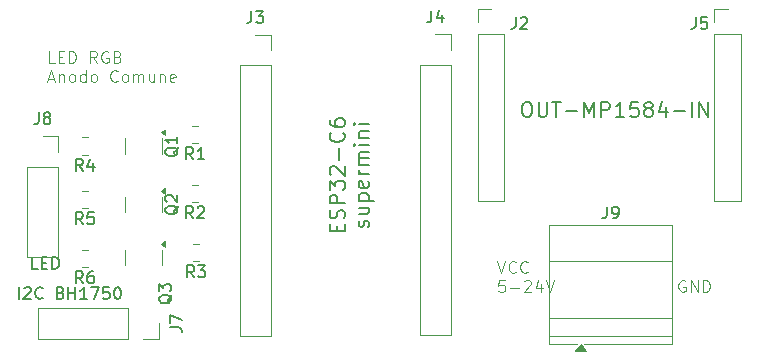
<source format=gbr>
%TF.GenerationSoftware,KiCad,Pcbnew,9.0.6*%
%TF.CreationDate,2025-12-05T15:02:41+01:00*%
%TF.ProjectId,KinderLight,4b696e64-6572-44c6-9967-68742e6b6963,rev?*%
%TF.SameCoordinates,Original*%
%TF.FileFunction,Legend,Top*%
%TF.FilePolarity,Positive*%
%FSLAX46Y46*%
G04 Gerber Fmt 4.6, Leading zero omitted, Abs format (unit mm)*
G04 Created by KiCad (PCBNEW 9.0.6) date 2025-12-05 15:02:41*
%MOMM*%
%LPD*%
G01*
G04 APERTURE LIST*
%ADD10C,0.100000*%
%ADD11C,0.158750*%
%ADD12C,0.150000*%
%ADD13C,0.120000*%
G04 APERTURE END LIST*
D10*
X132907693Y-92900038D02*
X132812455Y-92852419D01*
X132812455Y-92852419D02*
X132669598Y-92852419D01*
X132669598Y-92852419D02*
X132526741Y-92900038D01*
X132526741Y-92900038D02*
X132431503Y-92995276D01*
X132431503Y-92995276D02*
X132383884Y-93090514D01*
X132383884Y-93090514D02*
X132336265Y-93280990D01*
X132336265Y-93280990D02*
X132336265Y-93423847D01*
X132336265Y-93423847D02*
X132383884Y-93614323D01*
X132383884Y-93614323D02*
X132431503Y-93709561D01*
X132431503Y-93709561D02*
X132526741Y-93804800D01*
X132526741Y-93804800D02*
X132669598Y-93852419D01*
X132669598Y-93852419D02*
X132764836Y-93852419D01*
X132764836Y-93852419D02*
X132907693Y-93804800D01*
X132907693Y-93804800D02*
X132955312Y-93757180D01*
X132955312Y-93757180D02*
X132955312Y-93423847D01*
X132955312Y-93423847D02*
X132764836Y-93423847D01*
X133383884Y-93852419D02*
X133383884Y-92852419D01*
X133383884Y-92852419D02*
X133955312Y-93852419D01*
X133955312Y-93852419D02*
X133955312Y-92852419D01*
X134431503Y-93852419D02*
X134431503Y-92852419D01*
X134431503Y-92852419D02*
X134669598Y-92852419D01*
X134669598Y-92852419D02*
X134812455Y-92900038D01*
X134812455Y-92900038D02*
X134907693Y-92995276D01*
X134907693Y-92995276D02*
X134955312Y-93090514D01*
X134955312Y-93090514D02*
X135002931Y-93280990D01*
X135002931Y-93280990D02*
X135002931Y-93423847D01*
X135002931Y-93423847D02*
X134955312Y-93614323D01*
X134955312Y-93614323D02*
X134907693Y-93709561D01*
X134907693Y-93709561D02*
X134812455Y-93804800D01*
X134812455Y-93804800D02*
X134669598Y-93852419D01*
X134669598Y-93852419D02*
X134431503Y-93852419D01*
X117001027Y-91242475D02*
X117334360Y-92242475D01*
X117334360Y-92242475D02*
X117667693Y-91242475D01*
X118572455Y-92147236D02*
X118524836Y-92194856D01*
X118524836Y-92194856D02*
X118381979Y-92242475D01*
X118381979Y-92242475D02*
X118286741Y-92242475D01*
X118286741Y-92242475D02*
X118143884Y-92194856D01*
X118143884Y-92194856D02*
X118048646Y-92099617D01*
X118048646Y-92099617D02*
X118001027Y-92004379D01*
X118001027Y-92004379D02*
X117953408Y-91813903D01*
X117953408Y-91813903D02*
X117953408Y-91671046D01*
X117953408Y-91671046D02*
X118001027Y-91480570D01*
X118001027Y-91480570D02*
X118048646Y-91385332D01*
X118048646Y-91385332D02*
X118143884Y-91290094D01*
X118143884Y-91290094D02*
X118286741Y-91242475D01*
X118286741Y-91242475D02*
X118381979Y-91242475D01*
X118381979Y-91242475D02*
X118524836Y-91290094D01*
X118524836Y-91290094D02*
X118572455Y-91337713D01*
X119572455Y-92147236D02*
X119524836Y-92194856D01*
X119524836Y-92194856D02*
X119381979Y-92242475D01*
X119381979Y-92242475D02*
X119286741Y-92242475D01*
X119286741Y-92242475D02*
X119143884Y-92194856D01*
X119143884Y-92194856D02*
X119048646Y-92099617D01*
X119048646Y-92099617D02*
X119001027Y-92004379D01*
X119001027Y-92004379D02*
X118953408Y-91813903D01*
X118953408Y-91813903D02*
X118953408Y-91671046D01*
X118953408Y-91671046D02*
X119001027Y-91480570D01*
X119001027Y-91480570D02*
X119048646Y-91385332D01*
X119048646Y-91385332D02*
X119143884Y-91290094D01*
X119143884Y-91290094D02*
X119286741Y-91242475D01*
X119286741Y-91242475D02*
X119381979Y-91242475D01*
X119381979Y-91242475D02*
X119524836Y-91290094D01*
X119524836Y-91290094D02*
X119572455Y-91337713D01*
X117620074Y-92852419D02*
X117143884Y-92852419D01*
X117143884Y-92852419D02*
X117096265Y-93328609D01*
X117096265Y-93328609D02*
X117143884Y-93280990D01*
X117143884Y-93280990D02*
X117239122Y-93233371D01*
X117239122Y-93233371D02*
X117477217Y-93233371D01*
X117477217Y-93233371D02*
X117572455Y-93280990D01*
X117572455Y-93280990D02*
X117620074Y-93328609D01*
X117620074Y-93328609D02*
X117667693Y-93423847D01*
X117667693Y-93423847D02*
X117667693Y-93661942D01*
X117667693Y-93661942D02*
X117620074Y-93757180D01*
X117620074Y-93757180D02*
X117572455Y-93804800D01*
X117572455Y-93804800D02*
X117477217Y-93852419D01*
X117477217Y-93852419D02*
X117239122Y-93852419D01*
X117239122Y-93852419D02*
X117143884Y-93804800D01*
X117143884Y-93804800D02*
X117096265Y-93757180D01*
X118096265Y-93471466D02*
X118858170Y-93471466D01*
X119286741Y-92947657D02*
X119334360Y-92900038D01*
X119334360Y-92900038D02*
X119429598Y-92852419D01*
X119429598Y-92852419D02*
X119667693Y-92852419D01*
X119667693Y-92852419D02*
X119762931Y-92900038D01*
X119762931Y-92900038D02*
X119810550Y-92947657D01*
X119810550Y-92947657D02*
X119858169Y-93042895D01*
X119858169Y-93042895D02*
X119858169Y-93138133D01*
X119858169Y-93138133D02*
X119810550Y-93280990D01*
X119810550Y-93280990D02*
X119239122Y-93852419D01*
X119239122Y-93852419D02*
X119858169Y-93852419D01*
X120715312Y-93185752D02*
X120715312Y-93852419D01*
X120477217Y-92804800D02*
X120239122Y-93519085D01*
X120239122Y-93519085D02*
X120858169Y-93519085D01*
X121096265Y-92852419D02*
X121429598Y-93852419D01*
X121429598Y-93852419D02*
X121762931Y-92852419D01*
X79520074Y-74462475D02*
X79043884Y-74462475D01*
X79043884Y-74462475D02*
X79043884Y-73462475D01*
X79853408Y-73938665D02*
X80186741Y-73938665D01*
X80329598Y-74462475D02*
X79853408Y-74462475D01*
X79853408Y-74462475D02*
X79853408Y-73462475D01*
X79853408Y-73462475D02*
X80329598Y-73462475D01*
X80758170Y-74462475D02*
X80758170Y-73462475D01*
X80758170Y-73462475D02*
X80996265Y-73462475D01*
X80996265Y-73462475D02*
X81139122Y-73510094D01*
X81139122Y-73510094D02*
X81234360Y-73605332D01*
X81234360Y-73605332D02*
X81281979Y-73700570D01*
X81281979Y-73700570D02*
X81329598Y-73891046D01*
X81329598Y-73891046D02*
X81329598Y-74033903D01*
X81329598Y-74033903D02*
X81281979Y-74224379D01*
X81281979Y-74224379D02*
X81234360Y-74319617D01*
X81234360Y-74319617D02*
X81139122Y-74414856D01*
X81139122Y-74414856D02*
X80996265Y-74462475D01*
X80996265Y-74462475D02*
X80758170Y-74462475D01*
X83091503Y-74462475D02*
X82758170Y-73986284D01*
X82520075Y-74462475D02*
X82520075Y-73462475D01*
X82520075Y-73462475D02*
X82901027Y-73462475D01*
X82901027Y-73462475D02*
X82996265Y-73510094D01*
X82996265Y-73510094D02*
X83043884Y-73557713D01*
X83043884Y-73557713D02*
X83091503Y-73652951D01*
X83091503Y-73652951D02*
X83091503Y-73795808D01*
X83091503Y-73795808D02*
X83043884Y-73891046D01*
X83043884Y-73891046D02*
X82996265Y-73938665D01*
X82996265Y-73938665D02*
X82901027Y-73986284D01*
X82901027Y-73986284D02*
X82520075Y-73986284D01*
X84043884Y-73510094D02*
X83948646Y-73462475D01*
X83948646Y-73462475D02*
X83805789Y-73462475D01*
X83805789Y-73462475D02*
X83662932Y-73510094D01*
X83662932Y-73510094D02*
X83567694Y-73605332D01*
X83567694Y-73605332D02*
X83520075Y-73700570D01*
X83520075Y-73700570D02*
X83472456Y-73891046D01*
X83472456Y-73891046D02*
X83472456Y-74033903D01*
X83472456Y-74033903D02*
X83520075Y-74224379D01*
X83520075Y-74224379D02*
X83567694Y-74319617D01*
X83567694Y-74319617D02*
X83662932Y-74414856D01*
X83662932Y-74414856D02*
X83805789Y-74462475D01*
X83805789Y-74462475D02*
X83901027Y-74462475D01*
X83901027Y-74462475D02*
X84043884Y-74414856D01*
X84043884Y-74414856D02*
X84091503Y-74367236D01*
X84091503Y-74367236D02*
X84091503Y-74033903D01*
X84091503Y-74033903D02*
X83901027Y-74033903D01*
X84853408Y-73938665D02*
X84996265Y-73986284D01*
X84996265Y-73986284D02*
X85043884Y-74033903D01*
X85043884Y-74033903D02*
X85091503Y-74129141D01*
X85091503Y-74129141D02*
X85091503Y-74271998D01*
X85091503Y-74271998D02*
X85043884Y-74367236D01*
X85043884Y-74367236D02*
X84996265Y-74414856D01*
X84996265Y-74414856D02*
X84901027Y-74462475D01*
X84901027Y-74462475D02*
X84520075Y-74462475D01*
X84520075Y-74462475D02*
X84520075Y-73462475D01*
X84520075Y-73462475D02*
X84853408Y-73462475D01*
X84853408Y-73462475D02*
X84948646Y-73510094D01*
X84948646Y-73510094D02*
X84996265Y-73557713D01*
X84996265Y-73557713D02*
X85043884Y-73652951D01*
X85043884Y-73652951D02*
X85043884Y-73748189D01*
X85043884Y-73748189D02*
X84996265Y-73843427D01*
X84996265Y-73843427D02*
X84948646Y-73891046D01*
X84948646Y-73891046D02*
X84853408Y-73938665D01*
X84853408Y-73938665D02*
X84520075Y-73938665D01*
X78996265Y-75786704D02*
X79472455Y-75786704D01*
X78901027Y-76072419D02*
X79234360Y-75072419D01*
X79234360Y-75072419D02*
X79567693Y-76072419D01*
X79901027Y-75405752D02*
X79901027Y-76072419D01*
X79901027Y-75500990D02*
X79948646Y-75453371D01*
X79948646Y-75453371D02*
X80043884Y-75405752D01*
X80043884Y-75405752D02*
X80186741Y-75405752D01*
X80186741Y-75405752D02*
X80281979Y-75453371D01*
X80281979Y-75453371D02*
X80329598Y-75548609D01*
X80329598Y-75548609D02*
X80329598Y-76072419D01*
X80948646Y-76072419D02*
X80853408Y-76024800D01*
X80853408Y-76024800D02*
X80805789Y-75977180D01*
X80805789Y-75977180D02*
X80758170Y-75881942D01*
X80758170Y-75881942D02*
X80758170Y-75596228D01*
X80758170Y-75596228D02*
X80805789Y-75500990D01*
X80805789Y-75500990D02*
X80853408Y-75453371D01*
X80853408Y-75453371D02*
X80948646Y-75405752D01*
X80948646Y-75405752D02*
X81091503Y-75405752D01*
X81091503Y-75405752D02*
X81186741Y-75453371D01*
X81186741Y-75453371D02*
X81234360Y-75500990D01*
X81234360Y-75500990D02*
X81281979Y-75596228D01*
X81281979Y-75596228D02*
X81281979Y-75881942D01*
X81281979Y-75881942D02*
X81234360Y-75977180D01*
X81234360Y-75977180D02*
X81186741Y-76024800D01*
X81186741Y-76024800D02*
X81091503Y-76072419D01*
X81091503Y-76072419D02*
X80948646Y-76072419D01*
X82139122Y-76072419D02*
X82139122Y-75072419D01*
X82139122Y-76024800D02*
X82043884Y-76072419D01*
X82043884Y-76072419D02*
X81853408Y-76072419D01*
X81853408Y-76072419D02*
X81758170Y-76024800D01*
X81758170Y-76024800D02*
X81710551Y-75977180D01*
X81710551Y-75977180D02*
X81662932Y-75881942D01*
X81662932Y-75881942D02*
X81662932Y-75596228D01*
X81662932Y-75596228D02*
X81710551Y-75500990D01*
X81710551Y-75500990D02*
X81758170Y-75453371D01*
X81758170Y-75453371D02*
X81853408Y-75405752D01*
X81853408Y-75405752D02*
X82043884Y-75405752D01*
X82043884Y-75405752D02*
X82139122Y-75453371D01*
X82758170Y-76072419D02*
X82662932Y-76024800D01*
X82662932Y-76024800D02*
X82615313Y-75977180D01*
X82615313Y-75977180D02*
X82567694Y-75881942D01*
X82567694Y-75881942D02*
X82567694Y-75596228D01*
X82567694Y-75596228D02*
X82615313Y-75500990D01*
X82615313Y-75500990D02*
X82662932Y-75453371D01*
X82662932Y-75453371D02*
X82758170Y-75405752D01*
X82758170Y-75405752D02*
X82901027Y-75405752D01*
X82901027Y-75405752D02*
X82996265Y-75453371D01*
X82996265Y-75453371D02*
X83043884Y-75500990D01*
X83043884Y-75500990D02*
X83091503Y-75596228D01*
X83091503Y-75596228D02*
X83091503Y-75881942D01*
X83091503Y-75881942D02*
X83043884Y-75977180D01*
X83043884Y-75977180D02*
X82996265Y-76024800D01*
X82996265Y-76024800D02*
X82901027Y-76072419D01*
X82901027Y-76072419D02*
X82758170Y-76072419D01*
X84853408Y-75977180D02*
X84805789Y-76024800D01*
X84805789Y-76024800D02*
X84662932Y-76072419D01*
X84662932Y-76072419D02*
X84567694Y-76072419D01*
X84567694Y-76072419D02*
X84424837Y-76024800D01*
X84424837Y-76024800D02*
X84329599Y-75929561D01*
X84329599Y-75929561D02*
X84281980Y-75834323D01*
X84281980Y-75834323D02*
X84234361Y-75643847D01*
X84234361Y-75643847D02*
X84234361Y-75500990D01*
X84234361Y-75500990D02*
X84281980Y-75310514D01*
X84281980Y-75310514D02*
X84329599Y-75215276D01*
X84329599Y-75215276D02*
X84424837Y-75120038D01*
X84424837Y-75120038D02*
X84567694Y-75072419D01*
X84567694Y-75072419D02*
X84662932Y-75072419D01*
X84662932Y-75072419D02*
X84805789Y-75120038D01*
X84805789Y-75120038D02*
X84853408Y-75167657D01*
X85424837Y-76072419D02*
X85329599Y-76024800D01*
X85329599Y-76024800D02*
X85281980Y-75977180D01*
X85281980Y-75977180D02*
X85234361Y-75881942D01*
X85234361Y-75881942D02*
X85234361Y-75596228D01*
X85234361Y-75596228D02*
X85281980Y-75500990D01*
X85281980Y-75500990D02*
X85329599Y-75453371D01*
X85329599Y-75453371D02*
X85424837Y-75405752D01*
X85424837Y-75405752D02*
X85567694Y-75405752D01*
X85567694Y-75405752D02*
X85662932Y-75453371D01*
X85662932Y-75453371D02*
X85710551Y-75500990D01*
X85710551Y-75500990D02*
X85758170Y-75596228D01*
X85758170Y-75596228D02*
X85758170Y-75881942D01*
X85758170Y-75881942D02*
X85710551Y-75977180D01*
X85710551Y-75977180D02*
X85662932Y-76024800D01*
X85662932Y-76024800D02*
X85567694Y-76072419D01*
X85567694Y-76072419D02*
X85424837Y-76072419D01*
X86186742Y-76072419D02*
X86186742Y-75405752D01*
X86186742Y-75500990D02*
X86234361Y-75453371D01*
X86234361Y-75453371D02*
X86329599Y-75405752D01*
X86329599Y-75405752D02*
X86472456Y-75405752D01*
X86472456Y-75405752D02*
X86567694Y-75453371D01*
X86567694Y-75453371D02*
X86615313Y-75548609D01*
X86615313Y-75548609D02*
X86615313Y-76072419D01*
X86615313Y-75548609D02*
X86662932Y-75453371D01*
X86662932Y-75453371D02*
X86758170Y-75405752D01*
X86758170Y-75405752D02*
X86901027Y-75405752D01*
X86901027Y-75405752D02*
X86996266Y-75453371D01*
X86996266Y-75453371D02*
X87043885Y-75548609D01*
X87043885Y-75548609D02*
X87043885Y-76072419D01*
X87948646Y-75405752D02*
X87948646Y-76072419D01*
X87520075Y-75405752D02*
X87520075Y-75929561D01*
X87520075Y-75929561D02*
X87567694Y-76024800D01*
X87567694Y-76024800D02*
X87662932Y-76072419D01*
X87662932Y-76072419D02*
X87805789Y-76072419D01*
X87805789Y-76072419D02*
X87901027Y-76024800D01*
X87901027Y-76024800D02*
X87948646Y-75977180D01*
X88424837Y-75405752D02*
X88424837Y-76072419D01*
X88424837Y-75500990D02*
X88472456Y-75453371D01*
X88472456Y-75453371D02*
X88567694Y-75405752D01*
X88567694Y-75405752D02*
X88710551Y-75405752D01*
X88710551Y-75405752D02*
X88805789Y-75453371D01*
X88805789Y-75453371D02*
X88853408Y-75548609D01*
X88853408Y-75548609D02*
X88853408Y-76072419D01*
X89710551Y-76024800D02*
X89615313Y-76072419D01*
X89615313Y-76072419D02*
X89424837Y-76072419D01*
X89424837Y-76072419D02*
X89329599Y-76024800D01*
X89329599Y-76024800D02*
X89281980Y-75929561D01*
X89281980Y-75929561D02*
X89281980Y-75548609D01*
X89281980Y-75548609D02*
X89329599Y-75453371D01*
X89329599Y-75453371D02*
X89424837Y-75405752D01*
X89424837Y-75405752D02*
X89615313Y-75405752D01*
X89615313Y-75405752D02*
X89710551Y-75453371D01*
X89710551Y-75453371D02*
X89758170Y-75548609D01*
X89758170Y-75548609D02*
X89758170Y-75643847D01*
X89758170Y-75643847D02*
X89281980Y-75739085D01*
D11*
X119410237Y-77759271D02*
X119652142Y-77759271D01*
X119652142Y-77759271D02*
X119773094Y-77819747D01*
X119773094Y-77819747D02*
X119894047Y-77940699D01*
X119894047Y-77940699D02*
X119954523Y-78182604D01*
X119954523Y-78182604D02*
X119954523Y-78605937D01*
X119954523Y-78605937D02*
X119894047Y-78847842D01*
X119894047Y-78847842D02*
X119773094Y-78968795D01*
X119773094Y-78968795D02*
X119652142Y-79029271D01*
X119652142Y-79029271D02*
X119410237Y-79029271D01*
X119410237Y-79029271D02*
X119289285Y-78968795D01*
X119289285Y-78968795D02*
X119168332Y-78847842D01*
X119168332Y-78847842D02*
X119107856Y-78605937D01*
X119107856Y-78605937D02*
X119107856Y-78182604D01*
X119107856Y-78182604D02*
X119168332Y-77940699D01*
X119168332Y-77940699D02*
X119289285Y-77819747D01*
X119289285Y-77819747D02*
X119410237Y-77759271D01*
X120498808Y-77759271D02*
X120498808Y-78787366D01*
X120498808Y-78787366D02*
X120559285Y-78908318D01*
X120559285Y-78908318D02*
X120619761Y-78968795D01*
X120619761Y-78968795D02*
X120740713Y-79029271D01*
X120740713Y-79029271D02*
X120982618Y-79029271D01*
X120982618Y-79029271D02*
X121103570Y-78968795D01*
X121103570Y-78968795D02*
X121164047Y-78908318D01*
X121164047Y-78908318D02*
X121224523Y-78787366D01*
X121224523Y-78787366D02*
X121224523Y-77759271D01*
X121647856Y-77759271D02*
X122373570Y-77759271D01*
X122010713Y-79029271D02*
X122010713Y-77759271D01*
X122796903Y-78545461D02*
X123764523Y-78545461D01*
X124369284Y-79029271D02*
X124369284Y-77759271D01*
X124369284Y-77759271D02*
X124792618Y-78666414D01*
X124792618Y-78666414D02*
X125215951Y-77759271D01*
X125215951Y-77759271D02*
X125215951Y-79029271D01*
X125820713Y-79029271D02*
X125820713Y-77759271D01*
X125820713Y-77759271D02*
X126304523Y-77759271D01*
X126304523Y-77759271D02*
X126425475Y-77819747D01*
X126425475Y-77819747D02*
X126485952Y-77880223D01*
X126485952Y-77880223D02*
X126546428Y-78001175D01*
X126546428Y-78001175D02*
X126546428Y-78182604D01*
X126546428Y-78182604D02*
X126485952Y-78303556D01*
X126485952Y-78303556D02*
X126425475Y-78364033D01*
X126425475Y-78364033D02*
X126304523Y-78424509D01*
X126304523Y-78424509D02*
X125820713Y-78424509D01*
X127755952Y-79029271D02*
X127030237Y-79029271D01*
X127393094Y-79029271D02*
X127393094Y-77759271D01*
X127393094Y-77759271D02*
X127272142Y-77940699D01*
X127272142Y-77940699D02*
X127151190Y-78061652D01*
X127151190Y-78061652D02*
X127030237Y-78122128D01*
X128904999Y-77759271D02*
X128300237Y-77759271D01*
X128300237Y-77759271D02*
X128239761Y-78364033D01*
X128239761Y-78364033D02*
X128300237Y-78303556D01*
X128300237Y-78303556D02*
X128421190Y-78243080D01*
X128421190Y-78243080D02*
X128723571Y-78243080D01*
X128723571Y-78243080D02*
X128844523Y-78303556D01*
X128844523Y-78303556D02*
X128904999Y-78364033D01*
X128904999Y-78364033D02*
X128965476Y-78484985D01*
X128965476Y-78484985D02*
X128965476Y-78787366D01*
X128965476Y-78787366D02*
X128904999Y-78908318D01*
X128904999Y-78908318D02*
X128844523Y-78968795D01*
X128844523Y-78968795D02*
X128723571Y-79029271D01*
X128723571Y-79029271D02*
X128421190Y-79029271D01*
X128421190Y-79029271D02*
X128300237Y-78968795D01*
X128300237Y-78968795D02*
X128239761Y-78908318D01*
X129691190Y-78303556D02*
X129570238Y-78243080D01*
X129570238Y-78243080D02*
X129509761Y-78182604D01*
X129509761Y-78182604D02*
X129449285Y-78061652D01*
X129449285Y-78061652D02*
X129449285Y-78001175D01*
X129449285Y-78001175D02*
X129509761Y-77880223D01*
X129509761Y-77880223D02*
X129570238Y-77819747D01*
X129570238Y-77819747D02*
X129691190Y-77759271D01*
X129691190Y-77759271D02*
X129933095Y-77759271D01*
X129933095Y-77759271D02*
X130054047Y-77819747D01*
X130054047Y-77819747D02*
X130114523Y-77880223D01*
X130114523Y-77880223D02*
X130175000Y-78001175D01*
X130175000Y-78001175D02*
X130175000Y-78061652D01*
X130175000Y-78061652D02*
X130114523Y-78182604D01*
X130114523Y-78182604D02*
X130054047Y-78243080D01*
X130054047Y-78243080D02*
X129933095Y-78303556D01*
X129933095Y-78303556D02*
X129691190Y-78303556D01*
X129691190Y-78303556D02*
X129570238Y-78364033D01*
X129570238Y-78364033D02*
X129509761Y-78424509D01*
X129509761Y-78424509D02*
X129449285Y-78545461D01*
X129449285Y-78545461D02*
X129449285Y-78787366D01*
X129449285Y-78787366D02*
X129509761Y-78908318D01*
X129509761Y-78908318D02*
X129570238Y-78968795D01*
X129570238Y-78968795D02*
X129691190Y-79029271D01*
X129691190Y-79029271D02*
X129933095Y-79029271D01*
X129933095Y-79029271D02*
X130054047Y-78968795D01*
X130054047Y-78968795D02*
X130114523Y-78908318D01*
X130114523Y-78908318D02*
X130175000Y-78787366D01*
X130175000Y-78787366D02*
X130175000Y-78545461D01*
X130175000Y-78545461D02*
X130114523Y-78424509D01*
X130114523Y-78424509D02*
X130054047Y-78364033D01*
X130054047Y-78364033D02*
X129933095Y-78303556D01*
X131263571Y-78182604D02*
X131263571Y-79029271D01*
X130961190Y-77698795D02*
X130658809Y-78605937D01*
X130658809Y-78605937D02*
X131445000Y-78605937D01*
X131928809Y-78545461D02*
X132896429Y-78545461D01*
X133501190Y-79029271D02*
X133501190Y-77759271D01*
X134105952Y-79029271D02*
X134105952Y-77759271D01*
X134105952Y-77759271D02*
X134831667Y-79029271D01*
X134831667Y-79029271D02*
X134831667Y-77759271D01*
X103401719Y-88707381D02*
X103401719Y-88284047D01*
X104066957Y-88102619D02*
X104066957Y-88707381D01*
X104066957Y-88707381D02*
X102796957Y-88707381D01*
X102796957Y-88707381D02*
X102796957Y-88102619D01*
X104006481Y-87618809D02*
X104066957Y-87437380D01*
X104066957Y-87437380D02*
X104066957Y-87134999D01*
X104066957Y-87134999D02*
X104006481Y-87014047D01*
X104006481Y-87014047D02*
X103946004Y-86953571D01*
X103946004Y-86953571D02*
X103825052Y-86893094D01*
X103825052Y-86893094D02*
X103704100Y-86893094D01*
X103704100Y-86893094D02*
X103583147Y-86953571D01*
X103583147Y-86953571D02*
X103522671Y-87014047D01*
X103522671Y-87014047D02*
X103462195Y-87134999D01*
X103462195Y-87134999D02*
X103401719Y-87376904D01*
X103401719Y-87376904D02*
X103341242Y-87497856D01*
X103341242Y-87497856D02*
X103280766Y-87558333D01*
X103280766Y-87558333D02*
X103159814Y-87618809D01*
X103159814Y-87618809D02*
X103038861Y-87618809D01*
X103038861Y-87618809D02*
X102917909Y-87558333D01*
X102917909Y-87558333D02*
X102857433Y-87497856D01*
X102857433Y-87497856D02*
X102796957Y-87376904D01*
X102796957Y-87376904D02*
X102796957Y-87074523D01*
X102796957Y-87074523D02*
X102857433Y-86893094D01*
X104066957Y-86348809D02*
X102796957Y-86348809D01*
X102796957Y-86348809D02*
X102796957Y-85864999D01*
X102796957Y-85864999D02*
X102857433Y-85744047D01*
X102857433Y-85744047D02*
X102917909Y-85683570D01*
X102917909Y-85683570D02*
X103038861Y-85623094D01*
X103038861Y-85623094D02*
X103220290Y-85623094D01*
X103220290Y-85623094D02*
X103341242Y-85683570D01*
X103341242Y-85683570D02*
X103401719Y-85744047D01*
X103401719Y-85744047D02*
X103462195Y-85864999D01*
X103462195Y-85864999D02*
X103462195Y-86348809D01*
X102796957Y-85199761D02*
X102796957Y-84413570D01*
X102796957Y-84413570D02*
X103280766Y-84836904D01*
X103280766Y-84836904D02*
X103280766Y-84655475D01*
X103280766Y-84655475D02*
X103341242Y-84534523D01*
X103341242Y-84534523D02*
X103401719Y-84474047D01*
X103401719Y-84474047D02*
X103522671Y-84413570D01*
X103522671Y-84413570D02*
X103825052Y-84413570D01*
X103825052Y-84413570D02*
X103946004Y-84474047D01*
X103946004Y-84474047D02*
X104006481Y-84534523D01*
X104006481Y-84534523D02*
X104066957Y-84655475D01*
X104066957Y-84655475D02*
X104066957Y-85018332D01*
X104066957Y-85018332D02*
X104006481Y-85139285D01*
X104006481Y-85139285D02*
X103946004Y-85199761D01*
X102917909Y-83929761D02*
X102857433Y-83869285D01*
X102857433Y-83869285D02*
X102796957Y-83748332D01*
X102796957Y-83748332D02*
X102796957Y-83445951D01*
X102796957Y-83445951D02*
X102857433Y-83324999D01*
X102857433Y-83324999D02*
X102917909Y-83264523D01*
X102917909Y-83264523D02*
X103038861Y-83204046D01*
X103038861Y-83204046D02*
X103159814Y-83204046D01*
X103159814Y-83204046D02*
X103341242Y-83264523D01*
X103341242Y-83264523D02*
X104066957Y-83990237D01*
X104066957Y-83990237D02*
X104066957Y-83204046D01*
X103583147Y-82659761D02*
X103583147Y-81692142D01*
X103946004Y-80361665D02*
X104006481Y-80422141D01*
X104006481Y-80422141D02*
X104066957Y-80603570D01*
X104066957Y-80603570D02*
X104066957Y-80724522D01*
X104066957Y-80724522D02*
X104006481Y-80905951D01*
X104006481Y-80905951D02*
X103885528Y-81026903D01*
X103885528Y-81026903D02*
X103764576Y-81087380D01*
X103764576Y-81087380D02*
X103522671Y-81147856D01*
X103522671Y-81147856D02*
X103341242Y-81147856D01*
X103341242Y-81147856D02*
X103099338Y-81087380D01*
X103099338Y-81087380D02*
X102978385Y-81026903D01*
X102978385Y-81026903D02*
X102857433Y-80905951D01*
X102857433Y-80905951D02*
X102796957Y-80724522D01*
X102796957Y-80724522D02*
X102796957Y-80603570D01*
X102796957Y-80603570D02*
X102857433Y-80422141D01*
X102857433Y-80422141D02*
X102917909Y-80361665D01*
X102796957Y-79273094D02*
X102796957Y-79514999D01*
X102796957Y-79514999D02*
X102857433Y-79635951D01*
X102857433Y-79635951D02*
X102917909Y-79696427D01*
X102917909Y-79696427D02*
X103099338Y-79817380D01*
X103099338Y-79817380D02*
X103341242Y-79877856D01*
X103341242Y-79877856D02*
X103825052Y-79877856D01*
X103825052Y-79877856D02*
X103946004Y-79817380D01*
X103946004Y-79817380D02*
X104006481Y-79756903D01*
X104006481Y-79756903D02*
X104066957Y-79635951D01*
X104066957Y-79635951D02*
X104066957Y-79394046D01*
X104066957Y-79394046D02*
X104006481Y-79273094D01*
X104006481Y-79273094D02*
X103946004Y-79212618D01*
X103946004Y-79212618D02*
X103825052Y-79152141D01*
X103825052Y-79152141D02*
X103522671Y-79152141D01*
X103522671Y-79152141D02*
X103401719Y-79212618D01*
X103401719Y-79212618D02*
X103341242Y-79273094D01*
X103341242Y-79273094D02*
X103280766Y-79394046D01*
X103280766Y-79394046D02*
X103280766Y-79635951D01*
X103280766Y-79635951D02*
X103341242Y-79756903D01*
X103341242Y-79756903D02*
X103401719Y-79817380D01*
X103401719Y-79817380D02*
X103522671Y-79877856D01*
X106051110Y-88344523D02*
X106111586Y-88223570D01*
X106111586Y-88223570D02*
X106111586Y-87981666D01*
X106111586Y-87981666D02*
X106051110Y-87860713D01*
X106051110Y-87860713D02*
X105930157Y-87800237D01*
X105930157Y-87800237D02*
X105869681Y-87800237D01*
X105869681Y-87800237D02*
X105748729Y-87860713D01*
X105748729Y-87860713D02*
X105688252Y-87981666D01*
X105688252Y-87981666D02*
X105688252Y-88163094D01*
X105688252Y-88163094D02*
X105627776Y-88284047D01*
X105627776Y-88284047D02*
X105506824Y-88344523D01*
X105506824Y-88344523D02*
X105446348Y-88344523D01*
X105446348Y-88344523D02*
X105325395Y-88284047D01*
X105325395Y-88284047D02*
X105264919Y-88163094D01*
X105264919Y-88163094D02*
X105264919Y-87981666D01*
X105264919Y-87981666D02*
X105325395Y-87860713D01*
X105264919Y-86711666D02*
X106111586Y-86711666D01*
X105264919Y-87255952D02*
X105930157Y-87255952D01*
X105930157Y-87255952D02*
X106051110Y-87195475D01*
X106051110Y-87195475D02*
X106111586Y-87074523D01*
X106111586Y-87074523D02*
X106111586Y-86893094D01*
X106111586Y-86893094D02*
X106051110Y-86772142D01*
X106051110Y-86772142D02*
X105990633Y-86711666D01*
X105264919Y-86106904D02*
X106534919Y-86106904D01*
X105325395Y-86106904D02*
X105264919Y-85985951D01*
X105264919Y-85985951D02*
X105264919Y-85744046D01*
X105264919Y-85744046D02*
X105325395Y-85623094D01*
X105325395Y-85623094D02*
X105385871Y-85562618D01*
X105385871Y-85562618D02*
X105506824Y-85502142D01*
X105506824Y-85502142D02*
X105869681Y-85502142D01*
X105869681Y-85502142D02*
X105990633Y-85562618D01*
X105990633Y-85562618D02*
X106051110Y-85623094D01*
X106051110Y-85623094D02*
X106111586Y-85744046D01*
X106111586Y-85744046D02*
X106111586Y-85985951D01*
X106111586Y-85985951D02*
X106051110Y-86106904D01*
X106051110Y-84474046D02*
X106111586Y-84594998D01*
X106111586Y-84594998D02*
X106111586Y-84836903D01*
X106111586Y-84836903D02*
X106051110Y-84957856D01*
X106051110Y-84957856D02*
X105930157Y-85018332D01*
X105930157Y-85018332D02*
X105446348Y-85018332D01*
X105446348Y-85018332D02*
X105325395Y-84957856D01*
X105325395Y-84957856D02*
X105264919Y-84836903D01*
X105264919Y-84836903D02*
X105264919Y-84594998D01*
X105264919Y-84594998D02*
X105325395Y-84474046D01*
X105325395Y-84474046D02*
X105446348Y-84413570D01*
X105446348Y-84413570D02*
X105567300Y-84413570D01*
X105567300Y-84413570D02*
X105688252Y-85018332D01*
X106111586Y-83869285D02*
X105264919Y-83869285D01*
X105506824Y-83869285D02*
X105385871Y-83808808D01*
X105385871Y-83808808D02*
X105325395Y-83748332D01*
X105325395Y-83748332D02*
X105264919Y-83627380D01*
X105264919Y-83627380D02*
X105264919Y-83506427D01*
X106111586Y-83083095D02*
X105264919Y-83083095D01*
X105385871Y-83083095D02*
X105325395Y-83022618D01*
X105325395Y-83022618D02*
X105264919Y-82901666D01*
X105264919Y-82901666D02*
X105264919Y-82720237D01*
X105264919Y-82720237D02*
X105325395Y-82599285D01*
X105325395Y-82599285D02*
X105446348Y-82538809D01*
X105446348Y-82538809D02*
X106111586Y-82538809D01*
X105446348Y-82538809D02*
X105325395Y-82478333D01*
X105325395Y-82478333D02*
X105264919Y-82357380D01*
X105264919Y-82357380D02*
X105264919Y-82175952D01*
X105264919Y-82175952D02*
X105325395Y-82054999D01*
X105325395Y-82054999D02*
X105446348Y-81994523D01*
X105446348Y-81994523D02*
X106111586Y-81994523D01*
X106111586Y-81389762D02*
X105264919Y-81389762D01*
X104841586Y-81389762D02*
X104902062Y-81450238D01*
X104902062Y-81450238D02*
X104962538Y-81389762D01*
X104962538Y-81389762D02*
X104902062Y-81329285D01*
X104902062Y-81329285D02*
X104841586Y-81389762D01*
X104841586Y-81389762D02*
X104962538Y-81389762D01*
X105264919Y-80785000D02*
X106111586Y-80785000D01*
X105385871Y-80785000D02*
X105325395Y-80724523D01*
X105325395Y-80724523D02*
X105264919Y-80603571D01*
X105264919Y-80603571D02*
X105264919Y-80422142D01*
X105264919Y-80422142D02*
X105325395Y-80301190D01*
X105325395Y-80301190D02*
X105446348Y-80240714D01*
X105446348Y-80240714D02*
X106111586Y-80240714D01*
X106111586Y-79635952D02*
X105264919Y-79635952D01*
X104841586Y-79635952D02*
X104902062Y-79696428D01*
X104902062Y-79696428D02*
X104962538Y-79635952D01*
X104962538Y-79635952D02*
X104902062Y-79575475D01*
X104902062Y-79575475D02*
X104841586Y-79635952D01*
X104841586Y-79635952D02*
X104962538Y-79635952D01*
D12*
X78166666Y-78644819D02*
X78166666Y-79359104D01*
X78166666Y-79359104D02*
X78119047Y-79501961D01*
X78119047Y-79501961D02*
X78023809Y-79597200D01*
X78023809Y-79597200D02*
X77880952Y-79644819D01*
X77880952Y-79644819D02*
X77785714Y-79644819D01*
X78785714Y-79073390D02*
X78690476Y-79025771D01*
X78690476Y-79025771D02*
X78642857Y-78978152D01*
X78642857Y-78978152D02*
X78595238Y-78882914D01*
X78595238Y-78882914D02*
X78595238Y-78835295D01*
X78595238Y-78835295D02*
X78642857Y-78740057D01*
X78642857Y-78740057D02*
X78690476Y-78692438D01*
X78690476Y-78692438D02*
X78785714Y-78644819D01*
X78785714Y-78644819D02*
X78976190Y-78644819D01*
X78976190Y-78644819D02*
X79071428Y-78692438D01*
X79071428Y-78692438D02*
X79119047Y-78740057D01*
X79119047Y-78740057D02*
X79166666Y-78835295D01*
X79166666Y-78835295D02*
X79166666Y-78882914D01*
X79166666Y-78882914D02*
X79119047Y-78978152D01*
X79119047Y-78978152D02*
X79071428Y-79025771D01*
X79071428Y-79025771D02*
X78976190Y-79073390D01*
X78976190Y-79073390D02*
X78785714Y-79073390D01*
X78785714Y-79073390D02*
X78690476Y-79121009D01*
X78690476Y-79121009D02*
X78642857Y-79168628D01*
X78642857Y-79168628D02*
X78595238Y-79263866D01*
X78595238Y-79263866D02*
X78595238Y-79454342D01*
X78595238Y-79454342D02*
X78642857Y-79549580D01*
X78642857Y-79549580D02*
X78690476Y-79597200D01*
X78690476Y-79597200D02*
X78785714Y-79644819D01*
X78785714Y-79644819D02*
X78976190Y-79644819D01*
X78976190Y-79644819D02*
X79071428Y-79597200D01*
X79071428Y-79597200D02*
X79119047Y-79549580D01*
X79119047Y-79549580D02*
X79166666Y-79454342D01*
X79166666Y-79454342D02*
X79166666Y-79263866D01*
X79166666Y-79263866D02*
X79119047Y-79168628D01*
X79119047Y-79168628D02*
X79071428Y-79121009D01*
X79071428Y-79121009D02*
X78976190Y-79073390D01*
X78097142Y-91894819D02*
X77620952Y-91894819D01*
X77620952Y-91894819D02*
X77620952Y-90894819D01*
X78430476Y-91371009D02*
X78763809Y-91371009D01*
X78906666Y-91894819D02*
X78430476Y-91894819D01*
X78430476Y-91894819D02*
X78430476Y-90894819D01*
X78430476Y-90894819D02*
X78906666Y-90894819D01*
X79335238Y-91894819D02*
X79335238Y-90894819D01*
X79335238Y-90894819D02*
X79573333Y-90894819D01*
X79573333Y-90894819D02*
X79716190Y-90942438D01*
X79716190Y-90942438D02*
X79811428Y-91037676D01*
X79811428Y-91037676D02*
X79859047Y-91132914D01*
X79859047Y-91132914D02*
X79906666Y-91323390D01*
X79906666Y-91323390D02*
X79906666Y-91466247D01*
X79906666Y-91466247D02*
X79859047Y-91656723D01*
X79859047Y-91656723D02*
X79811428Y-91751961D01*
X79811428Y-91751961D02*
X79716190Y-91847200D01*
X79716190Y-91847200D02*
X79573333Y-91894819D01*
X79573333Y-91894819D02*
X79335238Y-91894819D01*
X126266666Y-86624819D02*
X126266666Y-87339104D01*
X126266666Y-87339104D02*
X126219047Y-87481961D01*
X126219047Y-87481961D02*
X126123809Y-87577200D01*
X126123809Y-87577200D02*
X125980952Y-87624819D01*
X125980952Y-87624819D02*
X125885714Y-87624819D01*
X126790476Y-87624819D02*
X126980952Y-87624819D01*
X126980952Y-87624819D02*
X127076190Y-87577200D01*
X127076190Y-87577200D02*
X127123809Y-87529580D01*
X127123809Y-87529580D02*
X127219047Y-87386723D01*
X127219047Y-87386723D02*
X127266666Y-87196247D01*
X127266666Y-87196247D02*
X127266666Y-86815295D01*
X127266666Y-86815295D02*
X127219047Y-86720057D01*
X127219047Y-86720057D02*
X127171428Y-86672438D01*
X127171428Y-86672438D02*
X127076190Y-86624819D01*
X127076190Y-86624819D02*
X126885714Y-86624819D01*
X126885714Y-86624819D02*
X126790476Y-86672438D01*
X126790476Y-86672438D02*
X126742857Y-86720057D01*
X126742857Y-86720057D02*
X126695238Y-86815295D01*
X126695238Y-86815295D02*
X126695238Y-87053390D01*
X126695238Y-87053390D02*
X126742857Y-87148628D01*
X126742857Y-87148628D02*
X126790476Y-87196247D01*
X126790476Y-87196247D02*
X126885714Y-87243866D01*
X126885714Y-87243866D02*
X127076190Y-87243866D01*
X127076190Y-87243866D02*
X127171428Y-87196247D01*
X127171428Y-87196247D02*
X127219047Y-87148628D01*
X127219047Y-87148628D02*
X127266666Y-87053390D01*
X118546666Y-70574819D02*
X118546666Y-71289104D01*
X118546666Y-71289104D02*
X118499047Y-71431961D01*
X118499047Y-71431961D02*
X118403809Y-71527200D01*
X118403809Y-71527200D02*
X118260952Y-71574819D01*
X118260952Y-71574819D02*
X118165714Y-71574819D01*
X118975238Y-70670057D02*
X119022857Y-70622438D01*
X119022857Y-70622438D02*
X119118095Y-70574819D01*
X119118095Y-70574819D02*
X119356190Y-70574819D01*
X119356190Y-70574819D02*
X119451428Y-70622438D01*
X119451428Y-70622438D02*
X119499047Y-70670057D01*
X119499047Y-70670057D02*
X119546666Y-70765295D01*
X119546666Y-70765295D02*
X119546666Y-70860533D01*
X119546666Y-70860533D02*
X119499047Y-71003390D01*
X119499047Y-71003390D02*
X118927619Y-71574819D01*
X118927619Y-71574819D02*
X119546666Y-71574819D01*
X133786666Y-70574819D02*
X133786666Y-71289104D01*
X133786666Y-71289104D02*
X133739047Y-71431961D01*
X133739047Y-71431961D02*
X133643809Y-71527200D01*
X133643809Y-71527200D02*
X133500952Y-71574819D01*
X133500952Y-71574819D02*
X133405714Y-71574819D01*
X134739047Y-70574819D02*
X134262857Y-70574819D01*
X134262857Y-70574819D02*
X134215238Y-71051009D01*
X134215238Y-71051009D02*
X134262857Y-71003390D01*
X134262857Y-71003390D02*
X134358095Y-70955771D01*
X134358095Y-70955771D02*
X134596190Y-70955771D01*
X134596190Y-70955771D02*
X134691428Y-71003390D01*
X134691428Y-71003390D02*
X134739047Y-71051009D01*
X134739047Y-71051009D02*
X134786666Y-71146247D01*
X134786666Y-71146247D02*
X134786666Y-71384342D01*
X134786666Y-71384342D02*
X134739047Y-71479580D01*
X134739047Y-71479580D02*
X134691428Y-71527200D01*
X134691428Y-71527200D02*
X134596190Y-71574819D01*
X134596190Y-71574819D02*
X134358095Y-71574819D01*
X134358095Y-71574819D02*
X134262857Y-71527200D01*
X134262857Y-71527200D02*
X134215238Y-71479580D01*
X111426666Y-70024819D02*
X111426666Y-70739104D01*
X111426666Y-70739104D02*
X111379047Y-70881961D01*
X111379047Y-70881961D02*
X111283809Y-70977200D01*
X111283809Y-70977200D02*
X111140952Y-71024819D01*
X111140952Y-71024819D02*
X111045714Y-71024819D01*
X112331428Y-70358152D02*
X112331428Y-71024819D01*
X112093333Y-69977200D02*
X111855238Y-70691485D01*
X111855238Y-70691485D02*
X112474285Y-70691485D01*
X81920833Y-88104819D02*
X81587500Y-87628628D01*
X81349405Y-88104819D02*
X81349405Y-87104819D01*
X81349405Y-87104819D02*
X81730357Y-87104819D01*
X81730357Y-87104819D02*
X81825595Y-87152438D01*
X81825595Y-87152438D02*
X81873214Y-87200057D01*
X81873214Y-87200057D02*
X81920833Y-87295295D01*
X81920833Y-87295295D02*
X81920833Y-87438152D01*
X81920833Y-87438152D02*
X81873214Y-87533390D01*
X81873214Y-87533390D02*
X81825595Y-87581009D01*
X81825595Y-87581009D02*
X81730357Y-87628628D01*
X81730357Y-87628628D02*
X81349405Y-87628628D01*
X82825595Y-87104819D02*
X82349405Y-87104819D01*
X82349405Y-87104819D02*
X82301786Y-87581009D01*
X82301786Y-87581009D02*
X82349405Y-87533390D01*
X82349405Y-87533390D02*
X82444643Y-87485771D01*
X82444643Y-87485771D02*
X82682738Y-87485771D01*
X82682738Y-87485771D02*
X82777976Y-87533390D01*
X82777976Y-87533390D02*
X82825595Y-87581009D01*
X82825595Y-87581009D02*
X82873214Y-87676247D01*
X82873214Y-87676247D02*
X82873214Y-87914342D01*
X82873214Y-87914342D02*
X82825595Y-88009580D01*
X82825595Y-88009580D02*
X82777976Y-88057200D01*
X82777976Y-88057200D02*
X82682738Y-88104819D01*
X82682738Y-88104819D02*
X82444643Y-88104819D01*
X82444643Y-88104819D02*
X82349405Y-88057200D01*
X82349405Y-88057200D02*
X82301786Y-88009580D01*
X96186666Y-70064819D02*
X96186666Y-70779104D01*
X96186666Y-70779104D02*
X96139047Y-70921961D01*
X96139047Y-70921961D02*
X96043809Y-71017200D01*
X96043809Y-71017200D02*
X95900952Y-71064819D01*
X95900952Y-71064819D02*
X95805714Y-71064819D01*
X96567619Y-70064819D02*
X97186666Y-70064819D01*
X97186666Y-70064819D02*
X96853333Y-70445771D01*
X96853333Y-70445771D02*
X96996190Y-70445771D01*
X96996190Y-70445771D02*
X97091428Y-70493390D01*
X97091428Y-70493390D02*
X97139047Y-70541009D01*
X97139047Y-70541009D02*
X97186666Y-70636247D01*
X97186666Y-70636247D02*
X97186666Y-70874342D01*
X97186666Y-70874342D02*
X97139047Y-70969580D01*
X97139047Y-70969580D02*
X97091428Y-71017200D01*
X97091428Y-71017200D02*
X96996190Y-71064819D01*
X96996190Y-71064819D02*
X96710476Y-71064819D01*
X96710476Y-71064819D02*
X96615238Y-71017200D01*
X96615238Y-71017200D02*
X96567619Y-70969580D01*
X90000057Y-81595238D02*
X89952438Y-81690476D01*
X89952438Y-81690476D02*
X89857200Y-81785714D01*
X89857200Y-81785714D02*
X89714342Y-81928571D01*
X89714342Y-81928571D02*
X89666723Y-82023809D01*
X89666723Y-82023809D02*
X89666723Y-82119047D01*
X89904819Y-82071428D02*
X89857200Y-82166666D01*
X89857200Y-82166666D02*
X89761961Y-82261904D01*
X89761961Y-82261904D02*
X89571485Y-82309523D01*
X89571485Y-82309523D02*
X89238152Y-82309523D01*
X89238152Y-82309523D02*
X89047676Y-82261904D01*
X89047676Y-82261904D02*
X88952438Y-82166666D01*
X88952438Y-82166666D02*
X88904819Y-82071428D01*
X88904819Y-82071428D02*
X88904819Y-81880952D01*
X88904819Y-81880952D02*
X88952438Y-81785714D01*
X88952438Y-81785714D02*
X89047676Y-81690476D01*
X89047676Y-81690476D02*
X89238152Y-81642857D01*
X89238152Y-81642857D02*
X89571485Y-81642857D01*
X89571485Y-81642857D02*
X89761961Y-81690476D01*
X89761961Y-81690476D02*
X89857200Y-81785714D01*
X89857200Y-81785714D02*
X89904819Y-81880952D01*
X89904819Y-81880952D02*
X89904819Y-82071428D01*
X89904819Y-80690476D02*
X89904819Y-81261904D01*
X89904819Y-80976190D02*
X88904819Y-80976190D01*
X88904819Y-80976190D02*
X89047676Y-81071428D01*
X89047676Y-81071428D02*
X89142914Y-81166666D01*
X89142914Y-81166666D02*
X89190533Y-81261904D01*
X90000057Y-86532738D02*
X89952438Y-86627976D01*
X89952438Y-86627976D02*
X89857200Y-86723214D01*
X89857200Y-86723214D02*
X89714342Y-86866071D01*
X89714342Y-86866071D02*
X89666723Y-86961309D01*
X89666723Y-86961309D02*
X89666723Y-87056547D01*
X89904819Y-87008928D02*
X89857200Y-87104166D01*
X89857200Y-87104166D02*
X89761961Y-87199404D01*
X89761961Y-87199404D02*
X89571485Y-87247023D01*
X89571485Y-87247023D02*
X89238152Y-87247023D01*
X89238152Y-87247023D02*
X89047676Y-87199404D01*
X89047676Y-87199404D02*
X88952438Y-87104166D01*
X88952438Y-87104166D02*
X88904819Y-87008928D01*
X88904819Y-87008928D02*
X88904819Y-86818452D01*
X88904819Y-86818452D02*
X88952438Y-86723214D01*
X88952438Y-86723214D02*
X89047676Y-86627976D01*
X89047676Y-86627976D02*
X89238152Y-86580357D01*
X89238152Y-86580357D02*
X89571485Y-86580357D01*
X89571485Y-86580357D02*
X89761961Y-86627976D01*
X89761961Y-86627976D02*
X89857200Y-86723214D01*
X89857200Y-86723214D02*
X89904819Y-86818452D01*
X89904819Y-86818452D02*
X89904819Y-87008928D01*
X89000057Y-86199404D02*
X88952438Y-86151785D01*
X88952438Y-86151785D02*
X88904819Y-86056547D01*
X88904819Y-86056547D02*
X88904819Y-85818452D01*
X88904819Y-85818452D02*
X88952438Y-85723214D01*
X88952438Y-85723214D02*
X89000057Y-85675595D01*
X89000057Y-85675595D02*
X89095295Y-85627976D01*
X89095295Y-85627976D02*
X89190533Y-85627976D01*
X89190533Y-85627976D02*
X89333390Y-85675595D01*
X89333390Y-85675595D02*
X89904819Y-86247023D01*
X89904819Y-86247023D02*
X89904819Y-85627976D01*
X81920833Y-93104819D02*
X81587500Y-92628628D01*
X81349405Y-93104819D02*
X81349405Y-92104819D01*
X81349405Y-92104819D02*
X81730357Y-92104819D01*
X81730357Y-92104819D02*
X81825595Y-92152438D01*
X81825595Y-92152438D02*
X81873214Y-92200057D01*
X81873214Y-92200057D02*
X81920833Y-92295295D01*
X81920833Y-92295295D02*
X81920833Y-92438152D01*
X81920833Y-92438152D02*
X81873214Y-92533390D01*
X81873214Y-92533390D02*
X81825595Y-92581009D01*
X81825595Y-92581009D02*
X81730357Y-92628628D01*
X81730357Y-92628628D02*
X81349405Y-92628628D01*
X82777976Y-92104819D02*
X82587500Y-92104819D01*
X82587500Y-92104819D02*
X82492262Y-92152438D01*
X82492262Y-92152438D02*
X82444643Y-92200057D01*
X82444643Y-92200057D02*
X82349405Y-92342914D01*
X82349405Y-92342914D02*
X82301786Y-92533390D01*
X82301786Y-92533390D02*
X82301786Y-92914342D01*
X82301786Y-92914342D02*
X82349405Y-93009580D01*
X82349405Y-93009580D02*
X82397024Y-93057200D01*
X82397024Y-93057200D02*
X82492262Y-93104819D01*
X82492262Y-93104819D02*
X82682738Y-93104819D01*
X82682738Y-93104819D02*
X82777976Y-93057200D01*
X82777976Y-93057200D02*
X82825595Y-93009580D01*
X82825595Y-93009580D02*
X82873214Y-92914342D01*
X82873214Y-92914342D02*
X82873214Y-92676247D01*
X82873214Y-92676247D02*
X82825595Y-92581009D01*
X82825595Y-92581009D02*
X82777976Y-92533390D01*
X82777976Y-92533390D02*
X82682738Y-92485771D01*
X82682738Y-92485771D02*
X82492262Y-92485771D01*
X82492262Y-92485771D02*
X82397024Y-92533390D01*
X82397024Y-92533390D02*
X82349405Y-92581009D01*
X82349405Y-92581009D02*
X82301786Y-92676247D01*
X91245833Y-87604819D02*
X90912500Y-87128628D01*
X90674405Y-87604819D02*
X90674405Y-86604819D01*
X90674405Y-86604819D02*
X91055357Y-86604819D01*
X91055357Y-86604819D02*
X91150595Y-86652438D01*
X91150595Y-86652438D02*
X91198214Y-86700057D01*
X91198214Y-86700057D02*
X91245833Y-86795295D01*
X91245833Y-86795295D02*
X91245833Y-86938152D01*
X91245833Y-86938152D02*
X91198214Y-87033390D01*
X91198214Y-87033390D02*
X91150595Y-87081009D01*
X91150595Y-87081009D02*
X91055357Y-87128628D01*
X91055357Y-87128628D02*
X90674405Y-87128628D01*
X91626786Y-86700057D02*
X91674405Y-86652438D01*
X91674405Y-86652438D02*
X91769643Y-86604819D01*
X91769643Y-86604819D02*
X92007738Y-86604819D01*
X92007738Y-86604819D02*
X92102976Y-86652438D01*
X92102976Y-86652438D02*
X92150595Y-86700057D01*
X92150595Y-86700057D02*
X92198214Y-86795295D01*
X92198214Y-86795295D02*
X92198214Y-86890533D01*
X92198214Y-86890533D02*
X92150595Y-87033390D01*
X92150595Y-87033390D02*
X91579167Y-87604819D01*
X91579167Y-87604819D02*
X92198214Y-87604819D01*
X89264819Y-96833333D02*
X89979104Y-96833333D01*
X89979104Y-96833333D02*
X90121961Y-96880952D01*
X90121961Y-96880952D02*
X90217200Y-96976190D01*
X90217200Y-96976190D02*
X90264819Y-97119047D01*
X90264819Y-97119047D02*
X90264819Y-97214285D01*
X89264819Y-96452380D02*
X89264819Y-95785714D01*
X89264819Y-95785714D02*
X90264819Y-96214285D01*
X76504286Y-94444819D02*
X76504286Y-93444819D01*
X76932857Y-93540057D02*
X76980476Y-93492438D01*
X76980476Y-93492438D02*
X77075714Y-93444819D01*
X77075714Y-93444819D02*
X77313809Y-93444819D01*
X77313809Y-93444819D02*
X77409047Y-93492438D01*
X77409047Y-93492438D02*
X77456666Y-93540057D01*
X77456666Y-93540057D02*
X77504285Y-93635295D01*
X77504285Y-93635295D02*
X77504285Y-93730533D01*
X77504285Y-93730533D02*
X77456666Y-93873390D01*
X77456666Y-93873390D02*
X76885238Y-94444819D01*
X76885238Y-94444819D02*
X77504285Y-94444819D01*
X78504285Y-94349580D02*
X78456666Y-94397200D01*
X78456666Y-94397200D02*
X78313809Y-94444819D01*
X78313809Y-94444819D02*
X78218571Y-94444819D01*
X78218571Y-94444819D02*
X78075714Y-94397200D01*
X78075714Y-94397200D02*
X77980476Y-94301961D01*
X77980476Y-94301961D02*
X77932857Y-94206723D01*
X77932857Y-94206723D02*
X77885238Y-94016247D01*
X77885238Y-94016247D02*
X77885238Y-93873390D01*
X77885238Y-93873390D02*
X77932857Y-93682914D01*
X77932857Y-93682914D02*
X77980476Y-93587676D01*
X77980476Y-93587676D02*
X78075714Y-93492438D01*
X78075714Y-93492438D02*
X78218571Y-93444819D01*
X78218571Y-93444819D02*
X78313809Y-93444819D01*
X78313809Y-93444819D02*
X78456666Y-93492438D01*
X78456666Y-93492438D02*
X78504285Y-93540057D01*
X80028095Y-93921009D02*
X80170952Y-93968628D01*
X80170952Y-93968628D02*
X80218571Y-94016247D01*
X80218571Y-94016247D02*
X80266190Y-94111485D01*
X80266190Y-94111485D02*
X80266190Y-94254342D01*
X80266190Y-94254342D02*
X80218571Y-94349580D01*
X80218571Y-94349580D02*
X80170952Y-94397200D01*
X80170952Y-94397200D02*
X80075714Y-94444819D01*
X80075714Y-94444819D02*
X79694762Y-94444819D01*
X79694762Y-94444819D02*
X79694762Y-93444819D01*
X79694762Y-93444819D02*
X80028095Y-93444819D01*
X80028095Y-93444819D02*
X80123333Y-93492438D01*
X80123333Y-93492438D02*
X80170952Y-93540057D01*
X80170952Y-93540057D02*
X80218571Y-93635295D01*
X80218571Y-93635295D02*
X80218571Y-93730533D01*
X80218571Y-93730533D02*
X80170952Y-93825771D01*
X80170952Y-93825771D02*
X80123333Y-93873390D01*
X80123333Y-93873390D02*
X80028095Y-93921009D01*
X80028095Y-93921009D02*
X79694762Y-93921009D01*
X80694762Y-94444819D02*
X80694762Y-93444819D01*
X80694762Y-93921009D02*
X81266190Y-93921009D01*
X81266190Y-94444819D02*
X81266190Y-93444819D01*
X82266190Y-94444819D02*
X81694762Y-94444819D01*
X81980476Y-94444819D02*
X81980476Y-93444819D01*
X81980476Y-93444819D02*
X81885238Y-93587676D01*
X81885238Y-93587676D02*
X81790000Y-93682914D01*
X81790000Y-93682914D02*
X81694762Y-93730533D01*
X82599524Y-93444819D02*
X83266190Y-93444819D01*
X83266190Y-93444819D02*
X82837619Y-94444819D01*
X84123333Y-93444819D02*
X83647143Y-93444819D01*
X83647143Y-93444819D02*
X83599524Y-93921009D01*
X83599524Y-93921009D02*
X83647143Y-93873390D01*
X83647143Y-93873390D02*
X83742381Y-93825771D01*
X83742381Y-93825771D02*
X83980476Y-93825771D01*
X83980476Y-93825771D02*
X84075714Y-93873390D01*
X84075714Y-93873390D02*
X84123333Y-93921009D01*
X84123333Y-93921009D02*
X84170952Y-94016247D01*
X84170952Y-94016247D02*
X84170952Y-94254342D01*
X84170952Y-94254342D02*
X84123333Y-94349580D01*
X84123333Y-94349580D02*
X84075714Y-94397200D01*
X84075714Y-94397200D02*
X83980476Y-94444819D01*
X83980476Y-94444819D02*
X83742381Y-94444819D01*
X83742381Y-94444819D02*
X83647143Y-94397200D01*
X83647143Y-94397200D02*
X83599524Y-94349580D01*
X84790000Y-93444819D02*
X84885238Y-93444819D01*
X84885238Y-93444819D02*
X84980476Y-93492438D01*
X84980476Y-93492438D02*
X85028095Y-93540057D01*
X85028095Y-93540057D02*
X85075714Y-93635295D01*
X85075714Y-93635295D02*
X85123333Y-93825771D01*
X85123333Y-93825771D02*
X85123333Y-94063866D01*
X85123333Y-94063866D02*
X85075714Y-94254342D01*
X85075714Y-94254342D02*
X85028095Y-94349580D01*
X85028095Y-94349580D02*
X84980476Y-94397200D01*
X84980476Y-94397200D02*
X84885238Y-94444819D01*
X84885238Y-94444819D02*
X84790000Y-94444819D01*
X84790000Y-94444819D02*
X84694762Y-94397200D01*
X84694762Y-94397200D02*
X84647143Y-94349580D01*
X84647143Y-94349580D02*
X84599524Y-94254342D01*
X84599524Y-94254342D02*
X84551905Y-94063866D01*
X84551905Y-94063866D02*
X84551905Y-93825771D01*
X84551905Y-93825771D02*
X84599524Y-93635295D01*
X84599524Y-93635295D02*
X84647143Y-93540057D01*
X84647143Y-93540057D02*
X84694762Y-93492438D01*
X84694762Y-93492438D02*
X84790000Y-93444819D01*
X81920833Y-83604819D02*
X81587500Y-83128628D01*
X81349405Y-83604819D02*
X81349405Y-82604819D01*
X81349405Y-82604819D02*
X81730357Y-82604819D01*
X81730357Y-82604819D02*
X81825595Y-82652438D01*
X81825595Y-82652438D02*
X81873214Y-82700057D01*
X81873214Y-82700057D02*
X81920833Y-82795295D01*
X81920833Y-82795295D02*
X81920833Y-82938152D01*
X81920833Y-82938152D02*
X81873214Y-83033390D01*
X81873214Y-83033390D02*
X81825595Y-83081009D01*
X81825595Y-83081009D02*
X81730357Y-83128628D01*
X81730357Y-83128628D02*
X81349405Y-83128628D01*
X82777976Y-82938152D02*
X82777976Y-83604819D01*
X82539881Y-82557200D02*
X82301786Y-83271485D01*
X82301786Y-83271485D02*
X82920833Y-83271485D01*
X91245833Y-82604819D02*
X90912500Y-82128628D01*
X90674405Y-82604819D02*
X90674405Y-81604819D01*
X90674405Y-81604819D02*
X91055357Y-81604819D01*
X91055357Y-81604819D02*
X91150595Y-81652438D01*
X91150595Y-81652438D02*
X91198214Y-81700057D01*
X91198214Y-81700057D02*
X91245833Y-81795295D01*
X91245833Y-81795295D02*
X91245833Y-81938152D01*
X91245833Y-81938152D02*
X91198214Y-82033390D01*
X91198214Y-82033390D02*
X91150595Y-82081009D01*
X91150595Y-82081009D02*
X91055357Y-82128628D01*
X91055357Y-82128628D02*
X90674405Y-82128628D01*
X92198214Y-82604819D02*
X91626786Y-82604819D01*
X91912500Y-82604819D02*
X91912500Y-81604819D01*
X91912500Y-81604819D02*
X91817262Y-81747676D01*
X91817262Y-81747676D02*
X91722024Y-81842914D01*
X91722024Y-81842914D02*
X91626786Y-81890533D01*
X91333333Y-92604819D02*
X91000000Y-92128628D01*
X90761905Y-92604819D02*
X90761905Y-91604819D01*
X90761905Y-91604819D02*
X91142857Y-91604819D01*
X91142857Y-91604819D02*
X91238095Y-91652438D01*
X91238095Y-91652438D02*
X91285714Y-91700057D01*
X91285714Y-91700057D02*
X91333333Y-91795295D01*
X91333333Y-91795295D02*
X91333333Y-91938152D01*
X91333333Y-91938152D02*
X91285714Y-92033390D01*
X91285714Y-92033390D02*
X91238095Y-92081009D01*
X91238095Y-92081009D02*
X91142857Y-92128628D01*
X91142857Y-92128628D02*
X90761905Y-92128628D01*
X91666667Y-91604819D02*
X92285714Y-91604819D01*
X92285714Y-91604819D02*
X91952381Y-91985771D01*
X91952381Y-91985771D02*
X92095238Y-91985771D01*
X92095238Y-91985771D02*
X92190476Y-92033390D01*
X92190476Y-92033390D02*
X92238095Y-92081009D01*
X92238095Y-92081009D02*
X92285714Y-92176247D01*
X92285714Y-92176247D02*
X92285714Y-92414342D01*
X92285714Y-92414342D02*
X92238095Y-92509580D01*
X92238095Y-92509580D02*
X92190476Y-92557200D01*
X92190476Y-92557200D02*
X92095238Y-92604819D01*
X92095238Y-92604819D02*
X91809524Y-92604819D01*
X91809524Y-92604819D02*
X91714286Y-92557200D01*
X91714286Y-92557200D02*
X91666667Y-92509580D01*
X89450057Y-94075238D02*
X89402438Y-94170476D01*
X89402438Y-94170476D02*
X89307200Y-94265714D01*
X89307200Y-94265714D02*
X89164342Y-94408571D01*
X89164342Y-94408571D02*
X89116723Y-94503809D01*
X89116723Y-94503809D02*
X89116723Y-94599047D01*
X89354819Y-94551428D02*
X89307200Y-94646666D01*
X89307200Y-94646666D02*
X89211961Y-94741904D01*
X89211961Y-94741904D02*
X89021485Y-94789523D01*
X89021485Y-94789523D02*
X88688152Y-94789523D01*
X88688152Y-94789523D02*
X88497676Y-94741904D01*
X88497676Y-94741904D02*
X88402438Y-94646666D01*
X88402438Y-94646666D02*
X88354819Y-94551428D01*
X88354819Y-94551428D02*
X88354819Y-94360952D01*
X88354819Y-94360952D02*
X88402438Y-94265714D01*
X88402438Y-94265714D02*
X88497676Y-94170476D01*
X88497676Y-94170476D02*
X88688152Y-94122857D01*
X88688152Y-94122857D02*
X89021485Y-94122857D01*
X89021485Y-94122857D02*
X89211961Y-94170476D01*
X89211961Y-94170476D02*
X89307200Y-94265714D01*
X89307200Y-94265714D02*
X89354819Y-94360952D01*
X89354819Y-94360952D02*
X89354819Y-94551428D01*
X88354819Y-93789523D02*
X88354819Y-93170476D01*
X88354819Y-93170476D02*
X88735771Y-93503809D01*
X88735771Y-93503809D02*
X88735771Y-93360952D01*
X88735771Y-93360952D02*
X88783390Y-93265714D01*
X88783390Y-93265714D02*
X88831009Y-93218095D01*
X88831009Y-93218095D02*
X88926247Y-93170476D01*
X88926247Y-93170476D02*
X89164342Y-93170476D01*
X89164342Y-93170476D02*
X89259580Y-93218095D01*
X89259580Y-93218095D02*
X89307200Y-93265714D01*
X89307200Y-93265714D02*
X89354819Y-93360952D01*
X89354819Y-93360952D02*
X89354819Y-93646666D01*
X89354819Y-93646666D02*
X89307200Y-93741904D01*
X89307200Y-93741904D02*
X89259580Y-93789523D01*
D13*
%TO.C,J8*%
X79830000Y-83230000D02*
X79830000Y-90910000D01*
X79830000Y-80630000D02*
X79830000Y-81960000D01*
X78500000Y-80630000D02*
X79830000Y-80630000D01*
X77170000Y-90910000D02*
X79830000Y-90910000D01*
X77170000Y-83230000D02*
X79830000Y-83230000D01*
X77170000Y-83230000D02*
X77170000Y-90910000D01*
%TO.C,J9*%
X124500000Y-98820000D02*
X123620000Y-98820000D01*
X124060000Y-98210000D01*
X124500000Y-98820000D01*
G36*
X124500000Y-98820000D02*
G01*
X123620000Y-98820000D01*
X124060000Y-98210000D01*
X124500000Y-98820000D01*
G37*
X131800000Y-98210000D02*
X124360000Y-98210000D01*
X131800000Y-88170000D02*
X131800000Y-98210000D01*
X123760000Y-98210000D02*
X121400000Y-98210000D01*
X121400000Y-98210000D02*
X121400000Y-88170000D01*
X121400000Y-97590000D02*
X131800000Y-97590000D01*
X121400000Y-96090000D02*
X131800000Y-96090000D01*
X121400000Y-91190000D02*
X131800000Y-91190000D01*
X121400000Y-88170000D02*
X131800000Y-88170000D01*
%TO.C,J2*%
X117610000Y-72000000D02*
X117610000Y-86110000D01*
X115390000Y-86110000D02*
X117610000Y-86110000D01*
X115390000Y-72000000D02*
X117610000Y-72000000D01*
X115390000Y-72000000D02*
X115390000Y-86110000D01*
X115390000Y-71000000D02*
X115390000Y-69890000D01*
X115390000Y-69890000D02*
X116500000Y-69890000D01*
%TO.C,J5*%
X137610000Y-72000000D02*
X137610000Y-86110000D01*
X135390000Y-86110000D02*
X137610000Y-86110000D01*
X135390000Y-72000000D02*
X137610000Y-72000000D01*
X135390000Y-72000000D02*
X135390000Y-86110000D01*
X135390000Y-71000000D02*
X135390000Y-69890000D01*
X135390000Y-69890000D02*
X136500000Y-69890000D01*
%TO.C,J4*%
X110430000Y-74610000D02*
X110430000Y-97530000D01*
X110430000Y-74610000D02*
X113090000Y-74610000D01*
X110430000Y-97530000D02*
X113090000Y-97530000D01*
X111760000Y-72010000D02*
X113090000Y-72010000D01*
X113090000Y-72010000D02*
X113090000Y-73340000D01*
X113090000Y-74610000D02*
X113090000Y-97530000D01*
%TO.C,R5*%
X82314564Y-85265000D02*
X81860436Y-85265000D01*
X82314564Y-86735000D02*
X81860436Y-86735000D01*
%TO.C,J3*%
X95190000Y-74650000D02*
X95190000Y-97570000D01*
X95190000Y-74650000D02*
X97850000Y-74650000D01*
X95190000Y-97570000D02*
X97850000Y-97570000D01*
X96520000Y-72050000D02*
X97850000Y-72050000D01*
X97850000Y-72050000D02*
X97850000Y-73380000D01*
X97850000Y-74650000D02*
X97850000Y-97570000D01*
%TO.C,Q1*%
X85490000Y-81500000D02*
X85490000Y-80850000D01*
X85490000Y-81500000D02*
X85490000Y-82150000D01*
X88610000Y-81500000D02*
X88610000Y-80850000D01*
X88610000Y-81500000D02*
X88610000Y-82150000D01*
X88890000Y-80577500D02*
X88560000Y-80337500D01*
X88890000Y-80097500D01*
X88890000Y-80577500D01*
G36*
X88890000Y-80577500D02*
G01*
X88560000Y-80337500D01*
X88890000Y-80097500D01*
X88890000Y-80577500D01*
G37*
%TO.C,Q2*%
X85490000Y-86437500D02*
X85490000Y-85787500D01*
X85490000Y-86437500D02*
X85490000Y-87087500D01*
X88610000Y-86437500D02*
X88610000Y-85787500D01*
X88610000Y-86437500D02*
X88610000Y-87087500D01*
X88890000Y-85515000D02*
X88560000Y-85275000D01*
X88890000Y-85035000D01*
X88890000Y-85515000D01*
G36*
X88890000Y-85515000D02*
G01*
X88560000Y-85275000D01*
X88890000Y-85035000D01*
X88890000Y-85515000D01*
G37*
%TO.C,R6*%
X82314564Y-90265000D02*
X81860436Y-90265000D01*
X82314564Y-91735000D02*
X81860436Y-91735000D01*
%TO.C,R2*%
X91639564Y-84765000D02*
X91185436Y-84765000D01*
X91639564Y-86235000D02*
X91185436Y-86235000D01*
%TO.C,J7*%
X78090000Y-95170000D02*
X78090000Y-97830000D01*
X85770000Y-95170000D02*
X78090000Y-95170000D01*
X85770000Y-95170000D02*
X85770000Y-97830000D01*
X85770000Y-97830000D02*
X78090000Y-97830000D01*
X88370000Y-96500000D02*
X88370000Y-97830000D01*
X88370000Y-97830000D02*
X87040000Y-97830000D01*
%TO.C,R4*%
X82314564Y-80765000D02*
X81860436Y-80765000D01*
X82314564Y-82235000D02*
X81860436Y-82235000D01*
%TO.C,R1*%
X91639564Y-79765000D02*
X91185436Y-79765000D01*
X91639564Y-81235000D02*
X91185436Y-81235000D01*
%TO.C,R3*%
X91727064Y-89765000D02*
X91272936Y-89765000D01*
X91727064Y-91235000D02*
X91272936Y-91235000D01*
%TO.C,Q3*%
X85490000Y-90937500D02*
X85490000Y-90287500D01*
X85490000Y-90937500D02*
X85490000Y-91587500D01*
X88610000Y-90937500D02*
X88610000Y-90287500D01*
X88610000Y-90937500D02*
X88610000Y-91587500D01*
X88890000Y-90015000D02*
X88560000Y-89775000D01*
X88890000Y-89535000D01*
X88890000Y-90015000D01*
G36*
X88890000Y-90015000D02*
G01*
X88560000Y-89775000D01*
X88890000Y-89535000D01*
X88890000Y-90015000D01*
G37*
%TD*%
M02*

</source>
